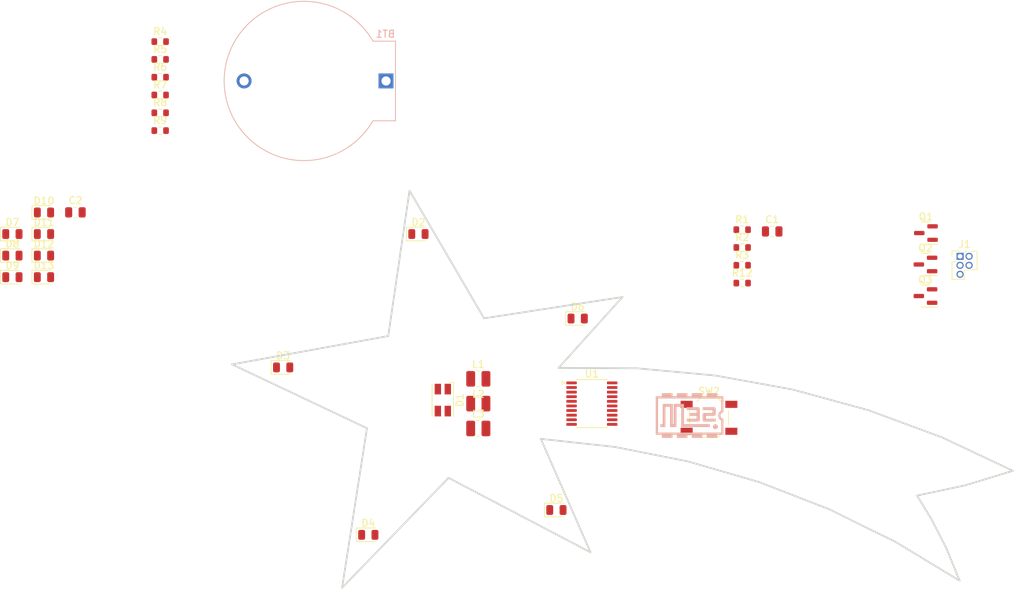
<source format=kicad_pcb>
(kicad_pcb (version 20241229) (generator "pcbnew") (generator_version "9.0")
  (layers (0 "F.Cu" signal) (2 "B.Cu" signal) (13 "F.Paste" user) (15 "B.Paste" user) (5 "F.SilkS" user "F.Silkscreen") (7 "B.SilkS" user "B.Silkscreen") (1 "F.Mask" user) (3 "B.Mask" user) (25 "Edge.Cuts" user))
  (net 0 "")
  (net 1 "VCC")
  (net 2 "GND")
  (net 3 "/MPX2")
  (net 4 "Net-(D2-A)")
  (net 5 "/MPX1")
  (net 6 "Net-(D4-A)")
  (net 7 "Net-(D6-A)")
  (net 8 "Net-(D8-A)")
  (net 9 "Net-(D10-A)")
  (net 10 "Net-(D12-A)")
  (net 11 "Net-(D1-BK)")
  (net 12 "Net-(D1-RK)")
  (net 13 "Net-(D1-GK)")
  (net 14 "/B")
  (net 15 "/R")
  (net 16 "/G")
  (net 17 "Net-(SW2A-A)")
  (net 18 "/L1")
  (net 19 "/L2")
  (net 20 "/L3")
  (net 21 "/L4")
  (net 22 "/L5")
  (net 23 "/L6")
  (net 25 "/SWD")
  (net 27 "/nRST")
  (net 29 "/SWC")
  (footprint "Button_Switch_SMD:SW_SPST_TL3342" (layer "F.Cu") (at 147.5 95.5)
    (property "Reference" "SW2" (at 0 -3.75 0) (layer "F.SilkS"))
    (property "Value" "SW_DPST_x2")
    (fp_line (start -2.75 -1) (end -2.75 1) (stroke (width 0.12)) (layer "F.SilkS"))
    (fp_line (start -1.7 -2.3) (end -1.25 -2.75) (stroke (width 0.12)) (layer "F.SilkS"))
    (fp_line (start -1.7 2.3) (end -1.25 2.75) (stroke (width 0.12)) (layer "F.SilkS"))
    (fp_line (start -1.25 -2.75) (end 1.25 -2.75) (stroke (width 0.12)) (layer "F.SilkS"))
    (fp_line (start -1.25 2.75) (end 1.25 2.75) (stroke (width 0.12)) (layer "F.SilkS"))
    (fp_line (start 1.7 -2.3) (end 1.25 -2.75) (stroke (width 0.12)) (layer "F.SilkS"))
    (fp_line (start 1.7 2.3) (end 1.25 2.75) (stroke (width 0.12)) (layer "F.SilkS"))
    (fp_line (start 2.75 -1) (end 2.75 1) (stroke (width 0.12)) (layer "F.SilkS"))
    (pad "1" smd rect (at -3.15 -1.9) (size 1.7 1) (layers "F.Cu" "F.Mask" "F.Paste") (net 17 "Net-(SW2A-A)"))
    (pad "1" smd rect (at 3.15 -1.9) (size 1.7 1) (layers "F.Cu" "F.Mask" "F.Paste") (net 17 "Net-(SW2A-A)"))
    (pad "2" smd rect (at -3.15 1.9) (size 1.7 1) (layers "F.Cu" "F.Mask" "F.Paste") (net 2 "GND"))
    (pad "2" smd rect (at 3.15 1.9) (size 1.7 1) (layers "F.Cu" "F.Mask" "F.Paste") (net 2 "GND"))
  )
  (footprint "Resistor_SMD:R_0603_1608Metric" (layer "F.Cu") (at 70.175 49.98)
    (property "Reference" "R7" (at 0 -1.43 0) (layer "F.SilkS"))
    (property "Value" "1k")
    (fp_line (start -0.237258 -0.5225) (end 0.237258 -0.5225) (stroke (width 0.12)) (layer "F.SilkS"))
    (fp_line (start -0.237258 0.5225) (end 0.237258 0.5225) (stroke (width 0.12)) (layer "F.SilkS"))
    (pad "1" smd roundrect (at -0.825 0) (size 0.8 0.95) (layers "F.Cu" "F.Mask" "F.Paste") (net 8 "Net-(D8-A)"))
    (pad "2" smd roundrect (at 0.825 0) (size 0.8 0.95) (layers "F.Cu" "F.Mask" "F.Paste") (net 21 "/L4"))
  )
  (footprint "LED_SMD:LED_0805_2012Metric" (layer "F.Cu") (at 53.805 75.665)
    (property "Reference" "D13" (at 0 -1.65 0) (layer "F.SilkS"))
    (property "Value" "LED")
    (fp_line (start -1.685 -0.96) (end -1.685 0.96) (stroke (width 0.12)) (layer "F.SilkS"))
    (fp_line (start -1.685 0.96) (end 1 0.96) (stroke (width 0.12)) (layer "F.SilkS"))
    (fp_line (start 1 -0.96) (end -1.685 -0.96) (stroke (width 0.12)) (layer "F.SilkS"))
    (pad "1" smd roundrect (at -0.9375 0) (size 0.975 1.4) (layers "F.Cu" "F.Mask" "F.Paste") (net 5 "/MPX1"))
    (pad "2" smd roundrect (at 0.9375 0) (size 0.975 1.4) (layers "F.Cu" "F.Mask" "F.Paste") (net 10 "Net-(D12-A)"))
  )
  (footprint "hullocsillag:LED_RGB_Wuerth-PLCC4_3.2x2.8mm_150141M173100" (layer "F.Cu") (at 110 93 90)
    (property "Reference" "D1" (at 0 2.4 90) (layer "F.SilkS"))
    (property "Value" "LED_ARGB")
    (fp_line (start 2.3 -1.51) (end -2.3 -1.51) (stroke (width 0.12)) (layer "F.SilkS"))
    (fp_line (start 2.5 0.7) (end 2.5 1.51) (stroke (width 0.12)) (layer "F.SilkS"))
    (fp_line (start 2.5 1.51) (end -2.3 1.51) (stroke (width 0.12)) (layer "F.SilkS"))
    (pad "1" smd rect (at -1.55 0.7 270) (size 1.5 0.9) (layers "F.Cu" "F.Mask" "F.Paste") (net 2 "GND"))
    (pad "2" smd rect (at -1.55 -0.7 270) (size 1.5 0.9) (layers "F.Cu" "F.Mask" "F.Paste") (net 12 "Net-(D1-RK)"))
    (pad "3" smd rect (at 1.55 0.7 270) (size 1.5 0.9) (layers "F.Cu" "F.Mask" "F.Paste") (net 13 "Net-(D1-GK)"))
    (pad "4" smd rect (at 1.55 -0.7 270) (size 1.5 0.9) (layers "F.Cu" "F.Mask" "F.Paste") (net 11 "Net-(D1-BK)"))
  )
  (footprint "LED_SMD:LED_0805_2012Metric" (layer "F.Cu") (at 53.805 66.545)
    (property "Reference" "D10" (at 0 -1.65 0) (layer "F.SilkS"))
    (property "Value" "LED")
    (fp_line (start -1.685 -0.96) (end -1.685 0.96) (stroke (width 0.12)) (layer "F.SilkS"))
    (fp_line (start -1.685 0.96) (end 1 0.96) (stroke (width 0.12)) (layer "F.SilkS"))
    (fp_line (start 1 -0.96) (end -1.685 -0.96) (stroke (width 0.12)) (layer "F.SilkS"))
    (pad "1" smd roundrect (at -0.9375 0) (size 0.975 1.4) (layers "F.Cu" "F.Mask" "F.Paste") (net 3 "/MPX2"))
    (pad "2" smd roundrect (at 0.9375 0) (size 0.975 1.4) (layers "F.Cu" "F.Mask" "F.Paste") (net 9 "Net-(D10-A)"))
  )
  (footprint "hullocsillag:SOT-23" (layer "F.Cu") (at 178 73.88)
    (property "Reference" "Q2" (at 0 -2.3 0) (layer "F.SilkS"))
    (property "Value" "AO3401A")
    (fp_line (start 0 -1.56) (end -0.65 -1.56) (stroke (width 0.12)) (layer "F.SilkS"))
    (fp_line (start 0 -1.56) (end 0.65 -1.56) (stroke (width 0.12)) (layer "F.SilkS"))
    (fp_line (start 0 1.56) (end -0.65 1.56) (stroke (width 0.12)) (layer "F.SilkS"))
    (fp_line (start 0 1.56) (end 1.675 1.56) (stroke (width 0.12)) (layer "F.SilkS"))
    (pad "1" smd roundrect (at 0.9375 0.95 180) (size 1.475 0.6) (layers "F.Cu" "F.Mask" "F.Paste") (net 15 "/R"))
    (pad "2" smd roundrect (at 0.9375 -0.95 180) (size 1.475 0.6) (layers "F.Cu" "F.Mask" "F.Paste") (net 1 "VCC"))
    (pad "3" smd roundrect (at -0.9375 0 180) (size 1.475 0.6) (layers "F.Cu" "F.Mask" "F.Paste") (net 12 "Net-(D1-RK)"))
  )
  (footprint "LED_SMD:LED_0805_2012Metric" (layer "F.Cu") (at 87.5 88.392)
    (property "Reference" "D3" (at 0 -1.65 0) (layer "F.SilkS"))
    (property "Value" "LED")
    (fp_line (start -1.685 -0.96) (end -1.685 0.96) (stroke (width 0.12)) (layer "F.SilkS"))
    (fp_line (start -1.685 0.96) (end 1 0.96) (stroke (width 0.12)) (layer "F.SilkS"))
    (fp_line (start 1 -0.96) (end -1.685 -0.96) (stroke (width 0.12)) (layer "F.SilkS"))
    (pad "1" smd roundrect (at -0.9375 0) (size 0.975 1.4) (layers "F.Cu" "F.Mask" "F.Paste") (net 5 "/MPX1"))
    (pad "2" smd roundrect (at 0.9375 0) (size 0.975 1.4) (layers "F.Cu" "F.Mask" "F.Paste") (net 4 "Net-(D2-A)"))
  )
  (footprint "LED_SMD:LED_0805_2012Metric" (layer "F.Cu") (at 53.805 69.585)
    (property "Reference" "D11" (at 0 -1.65 0) (layer "F.SilkS"))
    (property "Value" "LED")
    (fp_line (start -1.685 -0.96) (end -1.685 0.96) (stroke (width 0.12)) (layer "F.SilkS"))
    (fp_line (start -1.685 0.96) (end 1 0.96) (stroke (width 0.12)) (layer "F.SilkS"))
    (fp_line (start 1 -0.96) (end -1.685 -0.96) (stroke (width 0.12)) (layer "F.SilkS"))
    (pad "1" smd roundrect (at -0.9375 0) (size 0.975 1.4) (layers "F.Cu" "F.Mask" "F.Paste") (net 5 "/MPX1"))
    (pad "2" smd roundrect (at 0.9375 0) (size 0.975 1.4) (layers "F.Cu" "F.Mask" "F.Paste") (net 9 "Net-(D10-A)"))
  )
  (footprint "Resistor_SMD:R_0603_1608Metric" (layer "F.Cu") (at 152.175 76.5)
    (property "Reference" "R12" (at 0 -1.43 0) (layer "F.SilkS"))
    (property "Value" "100k")
    (fp_line (start -0.237258 -0.5225) (end 0.237258 -0.5225) (stroke (width 0.12)) (layer "F.SilkS"))
    (fp_line (start -0.237258 0.5225) (end 0.237258 0.5225) (stroke (width 0.12)) (layer "F.SilkS"))
    (pad "1" smd roundrect (at -0.825 0) (size 0.8 0.95) (layers "F.Cu" "F.Mask" "F.Paste") (net 17 "Net-(SW2A-A)"))
    (pad "2" smd roundrect (at 0.825 0) (size 0.8 0.95) (layers "F.Cu" "F.Mask" "F.Paste") (net 1 "VCC"))
  )
  (footprint "hullocsillag:ProgConnector_5pin" (layer "F.Cu") (at 182.875 72.725)
    (property "Reference" "J1" (at 0.635 -1.695 0) (layer "F.SilkS"))
    (property "Value" "Conn_2Rows-05Pins")
    (fp_line (start -1.13 -0.76) (end 0 -0.76) (stroke (width 0.12)) (layer "F.SilkS"))
    (fp_line (start -1.13 0) (end -1.13 -0.76) (stroke (width 0.12)) (layer "F.SilkS"))
    (fp_line (start -1.13 0.76) (end -1.13 3.235) (stroke (width 0.12)) (layer "F.SilkS"))
    (fp_line (start -1.13 0.76) (end -0.563471 0.76) (stroke (width 0.12)) (layer "F.SilkS"))
    (fp_line (start -1.13 3.235) (end 0.635 3.235) (stroke (width 0.12)) (layer "F.SilkS"))
    (fp_line (start 0.563471 0.76) (end 0.706529 0.76) (stroke (width 0.12)) (layer "F.SilkS"))
    (fp_line (start 0.635 1.905) (end 0.635 3.235) (stroke (width 0.1)) (layer "F.SilkS"))
    (fp_line (start 0.76 -0.695) (end 0.96247 -0.695) (stroke (width 0.12)) (layer "F.SilkS"))
    (fp_line (start 0.76 -0.563471) (end 0.76 -0.695) (stroke (width 0.12)) (layer "F.SilkS"))
    (fp_line (start 0.76 0.706529) (end 0.76 0.563471) (stroke (width 0.12)) (layer "F.SilkS"))
    (fp_line (start 1.57753 -0.695) (end 2.4 -0.695) (stroke (width 0.12)) (layer "F.SilkS"))
    (fp_line (start 2.4 -0.695) (end 2.4 1.905) (stroke (width 0.12)) (layer "F.SilkS"))
    (fp_line (start 2.4 1.905) (end 0.635 1.905) (stroke (width 0.1)) (layer "F.SilkS"))
    (pad "1" thru_hole rect (at 0 0) (size 1 1) (drill 0.65) (layers "*.Cu" "*.Mask") (net 29 "/SWC"))
    (pad "2" thru_hole oval (at 1.27 0) (size 1 1) (drill 0.65) (layers "*.Cu" "*.Mask") (net 25 "/SWD"))
    (pad "3" thru_hole oval (at 0 1.27) (size 1 1) (drill 0.65) (layers "*.Cu" "*.Mask") (net 2 "GND"))
    (pad "4" thru_hole oval (at 1.27 1.27) (size 1 1) (drill 0.65) (layers "*.Cu" "*.Mask") (net 1 "VCC"))
    (pad "5" thru_hole oval (at 0 2.54) (size 1 1) (drill 0.65) (layers "*.Cu" "*.Mask") (net 27 "/nRST"))
  )
  (footprint "Inductor_SMD:L_1008_2520Metric" (layer "F.Cu") (at 115 93.5)
    (property "Reference" "L2" (at 0 -1.35 0) (layer "F.SilkS"))
    (property "Value" "L")
    (fp_line (start -0.261252 -1.11) (end 0.261252 -1.11) (stroke (width 0.12)) (layer "F.SilkS"))
    (fp_line (start -0.261252 1.11) (end 0.261252 1.11) (stroke (width 0.12)) (layer "F.SilkS"))
    (pad "1" smd roundrect (at -1.075 0) (size 1.25 2.2) (layers "F.Cu" "F.Mask" "F.Paste") (roundrect_rratio 0.2) (net 12 "Net-(D1-RK)"))
    (pad "2" smd roundrect (at 1.075 0) (size 1.25 2.2) (layers "F.Cu" "F.Mask" "F.Paste") (roundrect_rratio 0.2) (net 2 "GND"))
  )
  (footprint "hullocsillag:SOT-23" (layer "F.Cu") (at 178 78.33)
    (property "Reference" "Q3" (at 0 -2.3 0) (layer "F.SilkS"))
    (property "Value" "AO3401A")
    (fp_line (start 0 -1.56) (end -0.65 -1.56) (stroke (width 0.12)) (layer "F.SilkS"))
    (fp_line (start 0 -1.56) (end 0.65 -1.56) (stroke (width 0.12)) (layer "F.SilkS"))
    (fp_line (start 0 1.56) (end -0.65 1.56) (stroke (width 0.12)) (layer "F.SilkS"))
    (fp_line (start 0 1.56) (end 1.675 1.56) (stroke (width 0.12)) (layer "F.SilkS"))
    (pad "1" smd roundrect (at 0.9375 0.95 180) (size 1.475 0.6) (layers "F.Cu" "F.Mask" "F.Paste") (net 16 "/G"))
    (pad "2" smd roundrect (at 0.9375 -0.95 180) (size 1.475 0.6) (layers "F.Cu" "F.Mask" "F.Paste") (net 1 "VCC"))
    (pad "3" smd roundrect (at -0.9375 0 180) (size 1.475 0.6) (layers "F.Cu" "F.Mask" "F.Paste") (net 13 "Net-(D1-GK)"))
  )
  (footprint "Resistor_SMD:R_0603_1608Metric" (layer "F.Cu") (at 70.175 44.96)
    (property "Reference" "R5" (at 0 -1.43 0) (layer "F.SilkS"))
    (property "Value" "1k")
    (fp_line (start -0.237258 -0.5225) (end 0.237258 -0.5225) (stroke (width 0.12)) (layer "F.SilkS"))
    (fp_line (start -0.237258 0.5225) (end 0.237258 0.5225) (stroke (width 0.12)) (layer "F.SilkS"))
    (pad "1" smd roundrect (at -0.825 0) (size 0.8 0.95) (layers "F.Cu" "F.Mask" "F.Paste") (net 6 "Net-(D4-A)"))
    (pad "2" smd roundrect (at 0.825 0) (size 0.8 0.95) (layers "F.Cu" "F.Mask" "F.Paste") (net 19 "/L2"))
  )
  (footprint "Resistor_SMD:R_0603_1608Metric" (layer "F.Cu") (at 70.175 42.45)
    (property "Reference" "R4" (at 0 -1.43 0) (layer "F.SilkS"))
    (property "Value" "1k")
    (fp_line (start -0.237258 -0.5225) (end 0.237258 -0.5225) (stroke (width 0.12)) (layer "F.SilkS"))
    (fp_line (start -0.237258 0.5225) (end 0.237258 0.5225) (stroke (width 0.12)) (layer "F.SilkS"))
    (pad "1" smd roundrect (at -0.825 0) (size 0.8 0.95) (layers "F.Cu" "F.Mask" "F.Paste") (net 4 "Net-(D2-A)"))
    (pad "2" smd roundrect (at 0.825 0) (size 0.8 0.95) (layers "F.Cu" "F.Mask" "F.Paste") (net 18 "/L1"))
  )
  (footprint "kikit:Tab" (layer "F.Cu") (at 152 86.868 -90)
    (property "Reference" "T2" (hide yes))
    (property "Value" "Tab")
  )
  (footprint "Package_SO:TSSOP-20_4.4x6.5mm_P0.65mm" (layer "F.Cu") (at 131 93.5)
    (property "Reference" "U1" (at 0 -4.2 0) (layer "F.SilkS"))
    (property "Value" "PY32F002AF15P6TU")
    (fp_line (start 0 -3.385) (end -2.2 -3.385) (stroke (width 0.12)) (layer "F.SilkS"))
    (fp_line (start 0 -3.385) (end 2.2 -3.385) (stroke (width 0.12)) (layer "F.SilkS"))
    (fp_line (start 0 3.385) (end -2.2 3.385) (stroke (width 0.12)) (layer "F.SilkS"))
    (fp_line (start 0 3.385) (end 2.2 3.385) (stroke (width 0.12)) (layer "F.SilkS"))
    (fp_poly (pts (xy -3.86 -2.925) (xy -4.19 -2.685) (xy -4.19 -3.165)) (stroke (width 0.12)) (fill yes) (layer "F.SilkS"))
    (pad "1" smd roundrect (at -2.8625 -2.925) (size 1.475 0.4) (layers "F.Cu" "F.Mask" "F.Paste") (net 2 "GND"))
    (pad "2" smd roundrect (at -2.8625 -2.275) (size 1.475 0.4) (layers "F.Cu" "F.Mask" "F.Paste") (net 25 "/SWD"))
    (pad "3" smd roundrect (at -2.8625 -1.625) (size 1.475 0.4) (layers "F.Cu" "F.Mask" "F.Paste") (net 29 "/SWC"))
    (pad "4" smd roundrect (at -2.8625 -0.975) (size 1.475 0.4) (layers "F.Cu" "F.Mask" "F.Paste") (net 17 "Net-(SW2A-A)"))
    (pad "5" smd roundrect (at -2.8625 -0.325) (size 1.475 0.4) (layers "F.Cu" "F.Mask" "F.Paste"))
    (pad "6" smd roundrect (at -2.8625 0.325) (size 1.475 0.4) (layers "F.Cu" "F.Mask" "F.Paste") (net 5 "/MPX1"))
    (pad "7" smd roundrect (at -2.8625 0.975) (size 1.475 0.4) (layers "F.Cu" "F.Mask" "F.Paste") (net 3 "/MPX2"))
    (pad "8" smd roundrect (at -2.8625 1.625) (size 1.475 0.4) (layers "F.Cu" "F.Mask" "F.Paste"))
    (pad "9" smd roundrect (at -2.8625 2.275) (size 1.475 0.4) (layers "F.Cu" "F.Mask" "F.Paste"))
    (pad "10" smd roundrect (at -2.8625 2.925) (size 1.475 0.4) (layers "F.Cu" "F.Mask" "F.Paste") (net 27 "/nRST"))
    (pad "11" smd roundrect (at 2.8625 2.925) (size 1.475 0.4) (layers "F.Cu" "F.Mask" "F.Paste") (net 15 "/R"))
    (pad "12" smd roundrect (at 2.8625 2.275) (size 1.475 0.4) (layers "F.Cu" "F.Mask" "F.Paste") (net 14 "/B"))
    (pad "13" smd roundrect (at 2.8625 1.625) (size 1.475 0.4) (layers "F.Cu" "F.Mask" "F.Paste") (net 18 "/L1"))
    (pad "14" smd roundrect (at 2.8625 0.975) (size 1.475 0.4) (layers "F.Cu" "F.Mask" "F.Paste") (net 16 "/G"))
    (pad "15" smd roundrect (at 2.8625 0.325) (size 1.475 0.4) (layers "F.Cu" "F.Mask" "F.Paste") (net 19 "/L2"))
    (pad "16" smd roundrect (at 2.8625 -0.325) (size 1.475 0.4) (layers "F.Cu" "F.Mask" "F.Paste") (net 20 "/L3"))
    (pad "17" smd roundrect (at 2.8625 -0.975) (size 1.475 0.4) (layers "F.Cu" "F.Mask" "F.Paste") (net 21 "/L4"))
    (pad "18" smd roundrect (at 2.8625 -1.625) (size 1.475 0.4) (layers "F.Cu" "F.Mask" "F.Paste") (net 22 "/L5"))
    (pad "19" smd roundrect (at 2.8625 -2.275) (size 1.475 0.4) (layers "F.Cu" "F.Mask" "F.Paste") (net 23 "/L6"))
    (pad "20" smd roundrect (at 2.8625 -2.925) (size 1.475 0.4) (layers "F.Cu" "F.Mask" "F.Paste") (net 1 "VCC"))
  )
  (footprint "Resistor_SMD:R_0603_1608Metric" (layer "F.Cu") (at 70.175 52.49)
    (property "Reference" "R8" (at 0 -1.43 0) (layer "F.SilkS"))
    (property "Value" "1k")
    (fp_line (start -0.237258 -0.5225) (end 0.237258 -0.5225) (stroke (width 0.12)) (layer "F.SilkS"))
    (fp_line (start -0.237258 0.5225) (end 0.237258 0.5225) (stroke (width 0.12)) (layer "F.SilkS"))
    (pad "1" smd roundrect (at -0.825 0) (size 0.8 0.95) (layers "F.Cu" "F.Mask" "F.Paste") (net 9 "Net-(D10-A)"))
    (pad "2" smd roundrect (at 0.825 0) (size 0.8 0.95) (layers "F.Cu" "F.Mask" "F.Paste") (net 22 "/L5"))
  )
  (footprint "Capacitor_SMD:C_0805_2012Metric" (layer "F.Cu") (at 156.405 69.22)
    (property "Reference" "C1" (at 0 -1.68 0) (layer "F.SilkS"))
    (property "Value" "100nF")
    (fp_line (start -0.261252 -0.735) (end 0.261252 -0.735) (stroke (width 0.12)) (layer "F.SilkS"))
    (fp_line (start -0.261252 0.735) (end 0.261252 0.735) (stroke (width 0.12)) (layer "F.SilkS"))
    (pad "1" smd roundrect (at -0.95 0) (size 1 1.45) (layers "F.Cu" "F.Mask" "F.Paste") (net 1 "VCC"))
    (pad "2" smd roundrect (at 0.95 0) (size 1 1.45) (layers "F.Cu" "F.Mask" "F.Paste") (net 2 "GND"))
  )
  (footprint "LED_SMD:LED_0805_2012Metric" (layer "F.Cu") (at 99.5 112)
    (property "Reference" "D4" (at 0 -1.65 0) (layer "F.SilkS"))
    (property "Value" "LED")
    (fp_line (start -1.685 -0.96) (end -1.685 0.96) (stroke (width 0.12)) (layer "F.SilkS"))
    (fp_line (start -1.685 0.96) (end 1 0.96) (stroke (width 0.12)) (layer "F.SilkS"))
    (fp_line (start 1 -0.96) (end -1.685 -0.96) (stroke (width 0.12)) (layer "F.SilkS"))
    (pad "1" smd roundrect (at -0.9375 0) (size 0.975 1.4) (layers "F.Cu" "F.Mask" "F.Paste") (net 3 "/MPX2"))
    (pad "2" smd roundrect (at 0.9375 0) (size 0.975 1.4) (layers "F.Cu" "F.Mask" "F.Paste") (net 6 "Net-(D4-A)"))
  )
  (footprint "LED_SMD:LED_0805_2012Metric" (layer "F.Cu") (at 49.355 69.585)
    (property "Reference" "D7" (at 0 -1.65 0) (layer "F.SilkS"))
    (property "Value" "LED")
    (fp_line (start -1.685 -0.96) (end -1.685 0.96) (stroke (width 0.12)) (layer "F.SilkS"))
    (fp_line (start -1.685 0.96) (end 1 0.96) (stroke (width 0.12)) (layer "F.SilkS"))
    (fp_line (start 1 -0.96) (end -1.685 -0.96) (stroke (width 0.12)) (layer "F.SilkS"))
    (pad "1" smd roundrect (at -0.9375 0) (size 0.975 1.4) (layers "F.Cu" "F.Mask" "F.Paste") (net 5 "/MPX1"))
    (pad "2" smd roundrect (at 0.9375 0) (size 0.975 1.4) (layers "F.Cu" "F.Mask" "F.Paste") (net 7 "Net-(D6-A)"))
  )
  (footprint "kikit:Tab" (layer "F.Cu") (at 88.646 70.612)
    (property "Reference" "T1" (hide yes))
    (property "Value" "Tab")
  )
  (footprint "Resistor_SMD:R_0603_1608Metric" (layer "F.Cu") (at 152.175 71.48)
    (property "Reference" "R2" (at 0 -1.43 0) (layer "F.SilkS"))
    (property "Value" "100k")
    (fp_line (start -0.237258 -0.5225) (end 0.237258 -0.5225) (stroke (width 0.12)) (layer "F.SilkS"))
    (fp_line (start -0.237258 0.5225) (end 0.237258 0.5225) (stroke (width 0.12)) (layer "F.SilkS"))
    (pad "1" smd roundrect (at -0.825 0) (size 0.8 0.95) (layers "F.Cu" "F.Mask" "F.Paste") (net 1 "VCC"))
    (pad "2" smd roundrect (at 0.825 0) (size 0.8 0.95) (layers "F.Cu" "F.Mask" "F.Paste") (net 15 "/R"))
  )
  (footprint "LED_SMD:LED_0805_2012Metric" (layer "F.Cu") (at 129 81.5)
    (property "Reference" "D6" (at 0 -1.65 0) (layer "F.SilkS"))
    (property "Value" "LED")
    (fp_line (start -1.685 -0.96) (end -1.685 0.96) (stroke (width 0.12)) (layer "F.SilkS"))
    (fp_line (start -1.685 0.96) (end 1 0.96) (stroke (width 0.12)) (layer "F.SilkS"))
    (fp_line (start 1 -0.96) (end -1.685 -0.96) (stroke (width 0.12)) (layer "F.SilkS"))
    (pad "1" smd roundrect (at -0.9375 0) (size 0.975 1.4) (layers "F.Cu" "F.Mask" "F.Paste") (net 3 "/MPX2"))
    (pad "2" smd roundrect (at 0.9375 0) (size 0.975 1.4) (layers "F.Cu" "F.Mask" "F.Paste") (net 7 "Net-(D6-A)"))
  )
  (footprint "Inductor_SMD:L_1008_2520Metric" (layer "F.Cu") (at 115 97)
    (property "Reference" "L3" (at 0 -2.05 0) (layer "F.SilkS"))
    (property "Value" "L")
    (fp_line (start -0.261252 -1.11) (end 0.261252 -1.11) (stroke (width 0.12)) (layer "F.SilkS"))
    (fp_line (start -0.261252 1.11) (end 0.261252 1.11) (stroke (width 0.12)) (layer "F.SilkS"))
    (pad "1" smd roundrect (at -1.075 0) (size 1.25 2.2) (layers "F.Cu" "F.Mask" "F.Paste") (roundrect_rratio 0.2) (net 13 "Net-(D1-GK)"))
    (pad "2" smd roundrect (at 1.075 0) (size 1.25 2.2) (layers "F.Cu" "F.Mask" "F.Paste") (roundrect_rratio 0.2) (net 2 "GND"))
  )
  (footprint "LED_SMD:LED_0805_2012Metric" (layer "F.Cu") (at 49.355 75.665)
    (property "Reference" "D9" (at 0 -1.65 0) (layer "F.SilkS"))
    (property "Value" "LED")
    (fp_line (start -1.685 -0.96) (end -1.685 0.96) (stroke (width 0.12)) (layer "F.SilkS"))
    (fp_line (start -1.685 0.96) (end 1 0.96) (stroke (width 0.12)) (layer "F.SilkS"))
    (fp_line (start 1 -0.96) (end -1.685 -0.96) (stroke (width 0.12)) (layer "F.SilkS"))
    (pad "1" smd roundrect (at -0.9375 0) (size 0.975 1.4) (layers "F.Cu" "F.Mask" "F.Paste") (net 5 "/MPX1"))
    (pad "2" smd roundrect (at 0.9375 0) (size 0.975 1.4) (layers "F.Cu" "F.Mask" "F.Paste") (net 8 "Net-(D8-A)"))
  )
  (footprint "LED_SMD:LED_0805_2012Metric" (layer "F.Cu") (at 126 108.5)
    (property "Reference" "D5" (at 0 -1.65 0) (layer "F.SilkS"))
    (property "Value" "LED")
    (fp_line (start -1.685 -0.96) (end -1.685 0.96) (stroke (width 0.12)) (layer "F.SilkS"))
    (fp_line (start -1.685 0.96) (end 1 0.96) (stroke (width 0.12)) (layer "F.SilkS"))
    (fp_line (start 1 -0.96) (end -1.685 -0.96) (stroke (width 0.12)) (layer "F.SilkS"))
    (pad "1" smd roundrect (at -0.9375 0) (size 0.975 1.4) (layers "F.Cu" "F.Mask" "F.Paste") (net 5 "/MPX1"))
    (pad "2" smd roundrect (at 0.9375 0) (size 0.975 1.4) (layers "F.Cu" "F.Mask" "F.Paste") (net 6 "Net-(D4-A)"))
  )
  (footprint "hullocsillag:SOT-23" (layer "F.Cu") (at 178.0625 69.45)
    (property "Reference" "Q1" (at 0 -2.3 0) (layer "F.SilkS"))
    (property "Value" "AO3401A")
    (fp_line (start 0 -1.56) (end -0.65 -1.56) (stroke (width 0.12)) (layer "F.SilkS"))
    (fp_line (start 0 -1.56) (end 0.65 -1.56) (stroke (width 0.12)) (layer "F.SilkS"))
    (fp_line (start 0 1.56) (end -0.65 1.56) (stroke (width 0.12)) (layer "F.SilkS"))
    (fp_line (start 0 1.56) (end 1.675 1.56) (stroke (width 0.12)) (layer "F.SilkS"))
    (pad "1" smd roundrect (at 0.9375 0.95 180) (size 1.475 0.6) (layers "F.Cu" "F.Mask" "F.Paste") (net 14 "/B"))
    (pad "2" smd roundrect (at 0.9375 -0.95 180) (size 1.475 0.6) (layers "F.Cu" "F.Mask" "F.Paste") (net 1 "VCC"))
    (pad "3" smd roundrect (at -0.9375 0 180) (size 1.475 0.6) (layers "F.Cu" "F.Mask" "F.Paste") (net 11 "Net-(D1-BK)"))
  )
  (footprint "Resistor_SMD:R_0603_1608Metric" (layer "F.Cu") (at 70.175 47.47)
    (property "Reference" "R6" (at 0 -1.43 0) (layer "F.SilkS"))
    (property "Value" "1k")
    (fp_line (start -0.237258 -0.5225) (end 0.237258 -0.5225) (stroke (width 0.12)) (layer "F.SilkS"))
    (fp_line (start -0.237258 0.5225) (end 0.237258 0.5225) (stroke (width 0.12)) (layer "F.SilkS"))
    (pad "1" smd roundrect (at -0.825 0) (size 0.8 0.95) (layers "F.Cu" "F.Mask" "F.Paste") (net 7 "Net-(D6-A)"))
    (pad "2" smd roundrect (at 0.825 0) (size 0.8 0.95) (layers "F.Cu" "F.Mask" "F.Paste") (net 20 "/L3"))
  )
  (footprint "Resistor_SMD:R_0603_1608Metric" (layer "F.Cu") (at 152.175 68.97)
    (property "Reference" "R1" (at 0 -1.43 0) (layer "F.SilkS"))
    (property "Value" "100k")
    (fp_line (start -0.237258 -0.5225) (end 0.237258 -0.5225) (stroke (width 0.12)) (layer "F.SilkS"))
    (fp_line (start -0.237258 0.5225) (end 0.237258 0.5225) (stroke (width 0.12)) (layer "F.SilkS"))
    (pad "1" smd roundrect (at -0.825 0) (size 0.8 0.95) (layers "F.Cu" "F.Mask" "F.Paste") (net 1 "VCC"))
    (pad "2" smd roundrect (at 0.825 0) (size 0.8 0.95) (layers "F.Cu" "F.Mask" "F.Paste") (net 14 "/B"))
  )
  (footprint "kikit:Tab" (layer "F.Cu") (at 152 113.558 90)
    (property "Reference" "T3" (hide yes))
    (property "Value" "Tab")
  )
  (footprint "Inductor_SMD:L_1008_2520Metric" (layer "F.Cu") (at 115 90)
    (property "Reference" "L1" (at 0 -2.05 0) (layer "F.SilkS"))
    (property "Value" "L")
    (fp_line (start -0.261252 -1.11) (end 0.261252 -1.11) (stroke (width 0.12)) (layer "F.SilkS"))
    (fp_line (start -0.261252 1.11) (end 0.261252 1.11) (stroke (width 0.12)) (layer "F.SilkS"))
    (pad "1" smd roundrect (at -1.075 0) (size 1.25 2.2) (layers "F.Cu" "F.Mask" "F.Paste") (roundrect_rratio 0.2) (net 11 "Net-(D1-BK)"))
    (pad "2" smd roundrect (at 1.075 0) (size 1.25 2.2) (layers "F.Cu" "F.Mask" "F.Paste") (roundrect_rratio 0.2) (net 2 "GND"))
  )
  (footprint "Resistor_SMD:R_0603_1608Metric" (layer "F.Cu") (at 70.175 55)
    (property "Reference" "R9" (at 0 -1.43 0) (layer "F.SilkS"))
    (property "Value" "1k")
    (fp_line (start -0.237258 -0.5225) (end 0.237258 -0.5225) (stroke (width 0.12)) (layer "F.SilkS"))
    (fp_line (start -0.237258 0.5225) (end 0.237258 0.5225) (stroke (width 0.12)) (layer "F.SilkS"))
    (pad "1" smd roundrect (at -0.825 0) (size 0.8 0.95) (layers "F.Cu" "F.Mask" "F.Paste") (net 10 "Net-(D12-A)"))
    (pad "2" smd roundrect (at 0.825 0) (size 0.8 0.95) (layers "F.Cu" "F.Mask" "F.Paste") (net 23 "/L6"))
  )
  (footprint "LED_SMD:LED_0805_2012Metric" (layer "F.Cu") (at 53.805 72.625)
    (property "Reference" "D12" (at 0 -1.65 0) (layer "F.SilkS"))
    (property "Value" "LED")
    (fp_line (start -1.685 -0.96) (end -1.685 0.96) (stroke (width 0.12)) (layer "F.SilkS"))
    (fp_line (start -1.685 0.96) (end 1 0.96) (stroke (width 0.12)) (layer "F.SilkS"))
    (fp_line (start 1 -0.96) (end -1.685 -0.96) (stroke (width 0.12)) (layer "F.SilkS"))
    (pad "1" smd roundrect (at -0.9375 0) (size 0.975 1.4) (layers "F.Cu" "F.Mask" "F.Paste") (net 3 "/MPX2"))
    (pad "2" smd roundrect (at 0.9375 0) (size 0.975 1.4) (layers "F.Cu" "F.Mask" "F.Paste") (net 10 "Net-(D12-A)"))
  )
  (footprint "Capacitor_SMD:C_0805_2012Metric" (layer "F.Cu") (at 58.235 66.53)
    (property "Reference" "C2" (at 0 -1.68 0) (layer "F.SilkS"))
    (property "Value" "10uF")
    (fp_line (start -0.261252 -0.735) (end 0.261252 -0.735) (stroke (width 0.12)) (layer "F.SilkS"))
    (fp_line (start -0.261252 0.735) (end 0.261252 0.735) (stroke (width 0.12)) (layer "F.SilkS"))
    (pad "1" smd roundrect (at -0.95 0) (size 1 1.45) (layers "F.Cu" "F.Mask" "F.Paste") (net 1 "VCC"))
    (pad "2" smd roundrect (at 0.95 0) (size 1 1.45) (layers "F.Cu" "F.Mask" "F.Paste") (net 2 "GND"))
  )
  (footprint "Resistor_SMD:R_0603_1608Metric" (layer "F.Cu") (at 152.175 73.99)
    (property "Reference" "R3" (at 0 -1.43 0) (layer "F.SilkS"))
    (property "Value" "100k")
    (fp_line (start -0.237258 -0.5225) (end 0.237258 -0.5225) (stroke (width 0.12)) (layer "F.SilkS"))
    (fp_line (start -0.237258 0.5225) (end 0.237258 0.5225) (stroke (width 0.12)) (layer "F.SilkS"))
    (pad "1" smd roundrect (at -0.825 0) (size 0.8 0.95) (layers "F.Cu" "F.Mask" "F.Paste") (net 1 "VCC"))
    (pad "2" smd roundrect (at 0.825 0) (size 0.8 0.95) (layers "F.Cu" "F.Mask" "F.Paste") (net 16 "/G"))
  )
  (footprint "LED_SMD:LED_0805_2012Metric" (layer "F.Cu") (at 106.5625 69.585)
    (property "Reference" "D2" (at 0 -1.65 0) (layer "F.SilkS"))
    (property "Value" "LED")
    (fp_line (start -1.685 -0.96) (end -1.685 0.96) (stroke (width 0.12)) (layer "F.SilkS"))
    (fp_line (start -1.685 0.96) (end 1 0.96) (stroke (width 0.12)) (layer "F.SilkS"))
    (fp_line (start 1 -0.96) (end -1.685 -0.96) (stroke (width 0.12)) (layer "F.SilkS"))
    (pad "1" smd roundrect (at -0.9375 0) (size 0.975 1.4) (layers "F.Cu" "F.Mask" "F.Paste") (net 3 "/MPX2"))
    (pad "2" smd roundrect (at 0.9375 0) (size 0.975 1.4) (layers "F.Cu" "F.Mask" "F.Paste") (net 4 "Net-(D2-A)"))
  )
  (footprint "LED_SMD:LED_0805_2012Metric" (layer "F.Cu") (at 49.355 72.625)
    (property "Reference" "D8" (at 0 -1.65 0) (layer "F.SilkS"))
    (property "Value" "LED")
    (fp_line (start -1.685 -0.96) (end -1.685 0.96) (stroke (width 0.12)) (layer "F.SilkS"))
    (fp_line (start -1.685 0.96) (end 1 0.96) (stroke (width 0.12)) (layer "F.SilkS"))
    (fp_line (start 1 -0.96) (end -1.685 -0.96) (stroke (width 0.12)) (layer "F.SilkS"))
    (pad "1" smd roundrect (at -0.9375 0) (size 0.975 1.4) (layers "F.Cu" "F.Mask" "F.Paste") (net 3 "/MPX2"))
    (pad "2" smd roundrect (at 0.9375 0) (size 0.975 1.4) (layers "F.Cu" "F.Mask" "F.Paste") (net 8 "Net-(D8-A)"))
  )
  (footprint "hullocsillag:CR2032_Holder" (layer "B.Cu") (at 102 48 180)
    (property "Reference" "BT1" (at 0.1 6.62 0) (layer "B.SilkS") (effects (justify mirror)))
    (property "Value" "CR2032")
    (fp_line (start 1.845 -5.61) (end -1.33 -5.61) (stroke (width 0.12)) (layer "B.SilkS"))
    (fp_line (start -1.33 5.61) (end 1.845 5.61) (stroke (width 0.12)) (layer "B.SilkS"))
    (fp_line (start -1.33 -5.61) (end -1.33 5.61) (stroke (width 0.12)) (layer "B.SilkS"))
    (fp_arc (start 1.845 -5.61) (mid 22.807151 0) (end 1.845 5.61) (stroke (width 0.12)) (layer "B.SilkS"))
    (pad "1" thru_hole rect (at 0 0 270) (size 2.1 2.1) (drill 1.3) (layers "*.Cu" "*.Mask") (net 1 "VCC"))
    (pad "2" thru_hole circle (at 20 0 270) (size 2.1 2.1) (drill 1.3) (layers "*.Cu" "*.Mask") (net 2 "GND"))
  )
  (gr_poly (pts (xy 148.412454 96.400552) (xy 148.424674 96.401281) (xy 148.436912 96.402399) (xy 148.449052 96.403893) (xy 148.460981 96.405748) (xy 148.472583 96.407951) (xy 148.483743 96.41049) (xy 148.494346 96.413349) (xy 148.504277 96.416515) (xy 148.51342 96.419975) (xy 148.521661 96.423715) (xy 148.524977 96.425434) (xy 148.528321 96.427097) (xy 148.531674 96.428696) (xy 148.535016 96.430224) (xy 148.538328 96.431673) (xy 148.541591 96.433036) (xy 148.544783 96.434305) (xy 148.547887 96.435472) (xy 148.550881 96.436531) (xy 148.553747 96.437473) (xy 148.556464 96.43829) (xy 148.559013 96.438976) (xy 148.561375 96.439523) (xy 148.563529 96.439923) (xy 148.565456 96.440169) (xy 148.567136 96.440252) (xy 148.568441 96.440383) (xy 148.570015 96.440769) (xy 148.571837 96.441397) (xy 148.573886 96.442255) (xy 148.576142 96.443331) (xy 148.578582 96.444612) (xy 148.581185 96.446088) (xy 148.583931 96.447745) (xy 148.586798 96.449572) (xy 148.589765 96.451556) (xy 148.592811 96.453686) (xy 148.595914 96.455949) (xy 148.599053 96.458333) (xy 148.602208 96.460826) (xy 148.605356 96.463416) (xy 148.608477 96.466091) (xy 148.628872 96.484922) (xy 148.647467 96.503136) (xy 148.664326 96.520865) (xy 148.679516 96.538244) (xy 148.693101 96.555404) (xy 148.705147 96.572479) (xy 148.715717 96.589603) (xy 148.724878 96.606909) (xy 148.732695 96.624529) (xy 148.739233 96.642598) (xy 148.744556 96.661248) (xy 148.74873 96.680612) (xy 148.75182 96.700824) (xy 148.753892 96.722018) (xy 148.755009 96.744326) (xy 148.755238 96.767881) (xy 148.754526 96.789445) (xy 148.752607 96.810517) (xy 148.749514 96.831075) (xy 148.745281 96.851092) (xy 148.739942 96.870544) (xy 148.733531 96.889408) (xy 148.726081 96.907657) (xy 148.717628 96.925268) (xy 148.708204 96.942215) (xy 148.697843 96.958475) (xy 148.68658 96.974023) (xy 148.674448 96.988834) (xy 148.661481 97.002883) (xy 148.647713 97.016146) (xy 148.633177 97.028598) (xy 148.617909 97.040216) (xy 148.601941 97.050973) (xy 148.585307 97.060845) (xy 148.568041 97.069809) (xy 148.550178 97.077838) (xy 148.531751 97.08491) (xy 148.512794 97.090998) (xy 148.49334 97.096079) (xy 148.473425 97.100128) (xy 148.453081 97.10312) (xy 148.432342 97.10503) (xy 148.411242 97.105835) (xy 148.389816 97.105509) (xy 148.368097 97.104028) (xy 148.346118 97.101368) (xy 148.323915 97.097503) (xy 148.30152 97.092409) (xy 148.289481 97.089252) (xy 148.278124 97.085957) (xy 148.267379 97.08248) (xy 148.257175 97.078779) (xy 148.247444 97.074811) (xy 148.238115 97.070535) (xy 148.22912 97.065907) (xy 148.220388 97.060886) (xy 148.211849 97.055429) (xy 148.203435 97.049493) (xy 148.195075 97.043036) (xy 148.186701 97.036017) (xy 148.178241 97.028391) (xy 148.169627 97.020118) (xy 148.160789 97.011154) (xy 148.151658 97.001458) (xy 148.13589 96.98342) (xy 148.121534 96.964604) (xy 148.108599 96.945059) (xy 148.097091 96.924832) (xy 148.087018 96.903968) (xy 148.078388 96.882516) (xy 148.071209 96.860521) (xy 148.065487 96.838031) (xy 148.061231 96.815094) (xy 148.058448 96.791755) (xy 148.057146 96.768062) (xy 148.057332 96.744061) (xy 148.059014 96.7198) (xy 148.062199 96.695326) (xy 148.066895 96.670685) (xy 148.073109 96.645924) (xy 148.080068 96.624962) (xy 148.088861 96.604377) (xy 148.099382 96.584259) (xy 148.111528 96.564696) (xy 148.125193 96.545774) (xy 148.140275 96.527581) (xy 148.156667 96.510207) (xy 148.174266 96.493737) (xy 148.192967 96.478261) (xy 148.212666 96.463866) (xy 148.233258 96.450639) (xy 148.254639 96.43867) (xy 148.276705 96.428044) (xy 148.29935 96.418851) (xy 148.32247 96.411178) (xy 148.345961 96.405112) (xy 148.355655 96.40322) (xy 148.366058 96.4018) (xy 148.377055 96.400836) (xy 148.388529 96.400316) (xy 148.400368 96.400226)) (fill yes) (layer "B.SilkS"))
  (gr_poly (pts (xy 147.452992 94.001125) (xy 148.307721 94.004225) (xy 148.355263 94.038332) (xy 148.360345 94.042008) (xy 148.365492 94.046037) (xy 148.370672 94.050383) (xy 148.375853 94.055013) (xy 148.381004 94.059892) (xy 148.386093 94.064983) (xy 148.391089 94.070254) (xy 148.395958 94.075668) (xy 148.400671 94.081191) (xy 148.405193 94.086788) (xy 148.409495 94.092425) (xy 148.413544 94.098066) (xy 148.417309 94.103677) (xy 148.420757 94.109223) (xy 148.423856 94.114669) (xy 148.426576 94.11998) (xy 148.434126 94.137219) (xy 148.439883 94.157317) (xy 148.44409 94.185165) (xy 148.446988 94.225659) (xy 148.448821 94.28369) (xy 148.449831 94.364152) (xy 148.450347 94.61194) (xy 148.450257 94.75275) (xy 148.450095 94.810538) (xy 148.449815 94.860762) (xy 148.449382 94.904058) (xy 148.448767 94.941062) (xy 148.447936 94.97241) (xy 148.446859 94.998738) (xy 148.445504 95.020681) (xy 148.444711 95.030208) (xy 148.443837 95.038876) (xy 148.442878 95.046767) (xy 148.441829 95.053958) (xy 148.440687 95.060531) (xy 148.439447 95.066563) (xy 148.438106 95.072136) (xy 148.436659 95.077328) (xy 148.435103 95.082218) (xy 148.433434 95.086887) (xy 148.429739 95.095877) (xy 148.425543 95.104933) (xy 148.423066 95.110037) (xy 148.420309 95.115246) (xy 148.417307 95.120519) (xy 148.414094 95.125814) (xy 148.410705 95.131091) (xy 148.407176 95.136308) (xy 148.40354 95.141426) (xy 148.399834 95.146403) (xy 148.396091 95.151199) (xy 148.392347 95.155772) (xy 148.388636 95.160081) (xy 148.384993 95.164087) (xy 148.381453 95.167747) (xy 148.378051 95.171021) (xy 148.374821 95.173868) (xy 148.371799 95.176247) (xy 148.346752 95.191687) (xy 148.33303 95.198) (xy 148.317345 95.203458) (xy 148.298827 95.208122) (xy 148.276602 95.212055) (xy 148.217545 95.217975) (xy 148.1332 95.221716) (xy 148.016588 95.223773) (xy 147.658664 95.224822) (xy 147.073688 95.224822) (xy 147.073688 95.622731) (xy 148.450347 95.622731) (xy 148.450347 96.030975) (xy 146.754327 96.030975) (xy 146.700584 95.995835) (xy 146.693252 95.991192) (xy 146.686358 95.986549) (xy 146.679879 95.981882) (xy 146.673793 95.977167) (xy 146.668075 95.972378) (xy 146.662704 95.967493) (xy 146.657658 95.962487) (xy 146.652912 95.957336) (xy 146.648445 95.952015) (xy 146.644234 95.9465) (xy 146.640256 95.940767) (xy 146.636489 95.934792) (xy 146.632909 95.92855) (xy 146.629494 95.922018) (xy 146.626222 95.915171) (xy 146.623069 95.907985) (xy 146.615816 95.889111) (xy 146.610198 95.867451) (xy 146.60601 95.838476) (xy 146.603045 95.797656) (xy 146.601097 95.74046) (xy 146.59996 95.66236) (xy 146.599298 95.425327) (xy 146.599351 95.285982) (xy 146.599475 95.229114) (xy 146.599718 95.179896) (xy 146.600118 95.137667) (xy 146.600715 95.101764) (xy 146.601548 95.071523) (xy 146.602066 95.058318) (xy 146.602657 95.04628) (xy 146.603327 95.035327) (xy 146.604081 95.025374) (xy 146.604923 95.01634) (xy 146.605859 95.008141) (xy 146.606893 95.000694) (xy 146.60803 94.993917) (xy 146.609276 94.987727) (xy 146.610635 94.98204) (xy 146.612111 94.976775) (xy 146.613711 94.971847) (xy 146.615439 94.967174) (xy 146.6173 94.962674) (xy 146.619298 94.958263) (xy 146.62144 94.953858) (xy 146.62617 94.944737) (xy 146.629415 94.938378) (xy 146.632944 94.932096) (xy 146.636752 94.925892) (xy 146.640833 94.91977) (xy 146.64518 94.913733) (xy 146.649787 94.907784) (xy 146.654649 94.901925) (xy 146.659759 94.896161) (xy 146.665112 94.890493) (xy 146.6707 94.884925) (xy 146.676519 94.87946) (xy 146.682561 94.874101) (xy 146.688822 94.868851) (xy 146.695295 94.863714) (xy 146.701973 94.858691) (xy 146.708852 94.853786) (xy 146.763629 94.816578) (xy 147.987327 94.816578) (xy 147.987327 94.407302) (xy 146.599298 94.407302) (xy 146.599298 93.998024)) (fill yes) (layer "B.SilkS"))
  (gr_poly (pts (xy 142.366998 92.456) (xy 142.968512 92.456) (xy 142.968512 92.023984) (xy 144.472296 92.023984) (xy 144.472296 92.456) (xy 145.07381 92.456) (xy 145.07381 92.023984) (xy 146.57656 92.023984) (xy 146.57656 92.456) (xy 147.178074 92.456) (xy 147.178074 92.023984) (xy 148.680825 92.023984) (xy 148.680825 92.456) (xy 149.536586 92.456) (xy 149.536586 94.708058) (xy 149.465272 94.728729) (xy 149.446543 94.73422) (xy 149.429386 94.739518) (xy 149.413627 94.744723) (xy 149.399094 94.749932) (xy 149.385616 94.755244) (xy 149.373018 94.760758) (xy 149.361129 94.766571) (xy 149.349776 94.772783) (xy 149.338786 94.779491) (xy 149.327987 94.786794) (xy 149.317206 94.794791) (xy 149.306271 94.803579) (xy 149.295009 94.813257) (xy 149.283247 94.823924) (xy 149.270813 94.835679) (xy 149.257534 94.848618) (xy 149.249675 94.85627) (xy 149.241996 94.864103) (xy 149.234509 94.872102) (xy 149.227222 94.880254) (xy 149.220148 94.888545) (xy 149.213296 94.896962) (xy 149.206677 94.905491) (xy 149.200302 94.914118) (xy 149.194181 94.92283) (xy 149.188325 94.931613) (xy 149.182745 94.940454) (xy 149.177451 94.949339) (xy 149.172454 94.958254) (xy 149.167764 94.967185) (xy 149.163392 94.97612) (xy 149.159348 94.985044) (xy 149.149619 95.007253) (xy 149.14555 95.017287) (xy 149.141972 95.02687) (xy 149.138854 95.036198) (xy 149.136167 95.045469) (xy 149.133879 95.054879) (xy 149.13196 95.064626) (xy 149.13038 95.074905) (xy 149.12911 95.085914) (xy 149.128118 95.097849) (xy 149.127374 95.110908) (xy 149.12651 95.141183) (xy 149.126276 95.178314) (xy 149.126435 95.217156) (xy 149.126705 95.23352) (xy 149.127164 95.248174) (xy 149.127859 95.261362) (xy 149.128837 95.27333) (xy 149.130145 95.284323) (xy 149.131831 95.294586) (xy 149.13394 95.304364) (xy 149.13652 95.313904) (xy 149.139618 95.323449) (xy 149.14328 95.333246) (xy 149.147554 95.343539) (xy 149.152487 95.354575) (xy 149.164516 95.379852) (xy 149.16853 95.387884) (xy 149.172796 95.396049) (xy 149.177274 95.404287) (xy 149.181924 95.412537) (xy 149.191585 95.428831) (xy 149.201464 95.444447) (xy 149.206387 95.45185) (xy 149.211247 95.458901) (xy 149.216003 95.46554) (xy 149.220617 95.471707) (xy 149.225049 95.477341) (xy 149.229261 95.482381) (xy 149.233212 95.486768) (xy 149.236863 95.49044) (xy 149.268932 95.521399) (xy 149.282947 95.534448) (xy 149.295952 95.546072) (xy 149.308199 95.556419) (xy 149.319943 95.565635) (xy 149.331435 95.573866) (xy 149.342929 95.581261) (xy 149.354677 95.587965) (xy 149.366932 95.594125) (xy 149.379947 95.599889) (xy 149.393975 95.605403) (xy 149.409269 95.610814) (xy 149.426081 95.616269) (xy 149.465272 95.627899) (xy 149.536586 95.649603) (xy 149.536586 97.889259) (xy 148.680825 97.889259) (xy 148.680825 98.332643) (xy 147.178074 98.332643) (xy 147.178074 97.889259) (xy 146.57656 97.889259) (xy 146.57656 98.332643) (xy 145.07381 98.332643) (xy 145.07381 97.889259) (xy 144.472296 97.889259) (xy 144.472296 98.332643) (xy 142.968512 98.332643) (xy 142.968512 97.889259) (xy 142.366998 97.889259) (xy 142.366998 98.332643) (xy 140.852879 98.332643) (xy 140.852879 97.889259) (xy 139.997117 97.889259) (xy 139.997117 97.574033) (xy 140.320612 97.574033) (xy 149.22446 97.574033) (xy 149.22446 96.720338) (xy 149.223847 96.355583) (xy 149.221876 96.088206) (xy 149.220322 95.99276) (xy 149.218356 95.92373) (xy 149.215954 95.881805) (xy 149.214582 95.871224) (xy 149.213852 95.868565) (xy 149.213091 95.867677) (xy 149.211791 95.867463) (xy 149.209854 95.866835) (xy 149.204242 95.864431) (xy 149.196596 95.860646) (xy 149.187253 95.855662) (xy 149.176555 95.849661) (xy 149.164839 95.842824) (xy 149.152444 95.835333) (xy 149.139711 95.82737) (xy 149.107962 95.805473) (xy 149.077471 95.781692) (xy 149.048285 95.756108) (xy 149.020452 95.728797) (xy 148.994017 95.699839) (xy 148.969028 95.669312) (xy 148.945531 95.637296) (xy 148.923575 95.603869) (xy 148.903205 95.56911) (xy 148.884468 95.533097) (xy 148.867412 95.495909) (xy 148.852084 95.457625) (xy 148.838529 95.418323) (xy 148.826797 95.378083) (xy 148.816932 95.336984) (xy 148.808982 95.295102) (xy 148.803404 95.254869) (xy 148.800205 95.214108) (xy 148.799344 95.172971) (xy 148.800779 95.131611) (xy 148.804466 95.090178) (xy 148.810363 95.048824) (xy 148.818428 95.0077) (xy 148.828619 94.966957) (xy 148.840893 94.926747) (xy 148.855208 94.887222) (xy 148.871522 94.848532) (xy 148.889791 94.81083) (xy 148.909974 94.774266) (xy 148.932029 94.738991) (xy 148.955912 94.705158) (xy 148.981581 94.672918) (xy 148.988794 94.664445) (xy 148.996412 94.655762) (xy 149.004329 94.646973) (xy 149.012442 94.638182) (xy 149.028835 94.621014) (xy 149.036906 94.612845) (xy 149.044756 94.605093) (xy 149.052278 94.597862) (xy 149.059368 94.591255) (xy 149.065923 94.585379) (xy 149.071837 94.580337) (xy 149.077007 94.576233) (xy 149.081327 94.573173) (xy 149.083136 94.572066) (xy 149.084693 94.57126) (xy 149.085986 94.570766) (xy 149.087001 94.570599) (xy 149.088026 94.570385) (xy 149.089531 94.569757) (xy 149.091486 94.568739) (xy 149.093865 94.567353) (xy 149.099773 94.563568) (xy 149.107026 94.558584) (xy 149.115393 94.552583) (xy 149.124644 94.545746) (xy 149.13455 94.538255) (xy 149.144879 94.530291) (xy 149.15013 94.52608) (xy 149.155394 94.521987) (xy 149.160637 94.518033) (xy 149.165824 94.514239) (xy 149.17092 94.510627) (xy 149.175891 94.507219) (xy 149.180701 94.504034) (xy 149.185316 94.501094) (xy 149.1897 94.498421) (xy 149.19382 94.496035) (xy 149.19764 94.493959) (xy 149.201126 94.492212) (xy 149.204241 94.490817) (xy 149.206953 94.489794) (xy 149.209226 94.489165) (xy 149.210187 94.489004) (xy 149.211025 94.48895) (xy 149.212879 94.486765) (xy 149.214569 94.479897) (xy 149.217484 94.450241) (xy 149.221618 94.314155) (xy 149.223814 94.05075) (xy 149.22446 93.630088) (xy 149.22446 92.771226) (xy 140.320612 92.771226) (xy 140.320612 97.574033) (xy 139.997117 97.574033) (xy 139.997117 92.456) (xy 140.852879 92.456) (xy 140.852879 92.023984) (xy 142.366998 92.023984)) (fill yes) (layer "B.SilkS"))
  (gr_poly (pts (xy 142.402138 96.393743) (xy 142.529262 96.393743) (xy 142.529262 93.543271) (xy 143.975169 93.543271) (xy 143.975169 96.393743) (xy 147.617323 96.393743) (xy 147.617323 96.801987) (xy 143.581394 96.801987) (xy 143.581394 93.951515) (xy 142.922003 93.951515) (xy 142.922003 96.801987) (xy 142.009398 96.801987) (xy 142.009398 93.951515) (xy 141.372744 93.951515) (xy 141.372744 96.801987) (xy 140.644106 96.801987) (xy 140.644106 96.393743) (xy 140.980003 96.393743) (xy 140.980003 93.543271) (xy 142.402138 93.543271)) (fill yes) (layer "B.SilkS"))
  (gr_poly (pts (xy 146.06393 94.004225) (xy 146.111472 94.038332) (xy 146.116554 94.042008) (xy 146.121703 94.046037) (xy 146.126887 94.050383) (xy 146.132078 94.055013) (xy 146.137245 94.059892) (xy 146.142357 94.064983) (xy 146.147385 94.070254) (xy 146.152297 94.075668) (xy 146.157064 94.081191) (xy 146.161655 94.086788) (xy 146.166041 94.092425) (xy 146.17019 94.098066) (xy 146.174073 94.103677) (xy 146.177659 94.109223) (xy 146.180918 94.114669) (xy 146.183819 94.11998) (xy 146.191324 94.138235) (xy 146.196964 94.163889) (xy 146.201006 94.206767) (xy 146.203715 94.276689) (xy 146.206202 94.536961) (xy 146.206557 95.023284) (xy 146.206557 95.875945) (xy 146.179685 95.926588) (xy 146.176135 95.933045) (xy 146.172455 95.939245) (xy 146.168635 95.945196) (xy 146.164667 95.950909) (xy 146.160541 95.956391) (xy 146.156249 95.961652) (xy 146.151782 95.966701) (xy 146.147129 95.971547) (xy 146.142283 95.976199) (xy 146.137234 95.980667) (xy 146.131973 95.984959) (xy 146.126491 95.989085) (xy 146.120779 95.993053) (xy 146.114827 95.996872) (xy 146.108628 96.000553) (xy 146.102171 96.004103) (xy 146.052561 96.030975) (xy 144.356541 96.030975) (xy 144.356541 95.622731) (xy 145.74457 95.622731) (xy 145.74457 95.224822) (xy 144.773053 95.224822) (xy 144.773053 94.816578) (xy 145.74457 94.816578) (xy 145.74457 94.407302) (xy 144.356541 94.407302) (xy 144.356541 93.998024)) (fill yes) (layer "B.SilkS"))
  (gr_line (start 99.3081 96.9678) (end 95.8081 119.4678) (stroke (width 0.254)) (layer "Edge.Cuts"))
  (gr_line (start 110.8081 103.9678) (end 130.8081 114.4678) (stroke (width 0.254)) (layer "Edge.Cuts"))
  (gr_line (start 102.3081 83.9678) (end 80.3081 87.9678) (stroke (width 0.254)) (layer "Edge.Cuts"))
  (gr_line (start 123.8081 98.4678) (end 134.2454 99.6064) (stroke (width 0.254)) (layer "Edge.Cuts"))
  (gr_line (start 137.3674 88.5191) (end 126.3081 88.4678) (stroke (width 0.254)) (layer "Edge.Cuts"))
  (gr_line (start 182.8081 118.4678) (end 181.0042 114.0176) (stroke (width 0.254)) (layer "Edge.Cuts"))
  (gr_line (start 154.6246 104.5841) (end 164.4116 108.3853) (stroke (width 0.254)) (layer "Edge.Cuts"))
  (gr_line (start 190.3081 102.9678) (end 180.3066 98.2475) (stroke (width 0.254)) (layer "Edge.Cuts"))
  (gr_line (start 181.0042 114.0176) (end 178.8193 109.7414) (stroke (width 0.254)) (layer "Edge.Cuts"))
  (gr_line (start 164.4116 108.3853) (end 173.8299 113.0249) (stroke (width 0.254)) (layer "Edge.Cuts"))
  (gr_line (start 130.8081 114.4678) (end 123.8081 98.4678) (stroke (width 0.254)) (layer "Edge.Cuts"))
  (gr_line (start 95.8081 119.4678) (end 110.8081 103.9678) (stroke (width 0.254)) (layer "Edge.Cuts"))
  (gr_line (start 80.3081 87.9678) (end 99.3081 96.9678) (stroke (width 0.254)) (layer "Edge.Cuts"))
  (gr_line (start 183.6345 105.0126) (end 190.3081 102.9678) (stroke (width 0.254)) (layer "Edge.Cuts"))
  (gr_line (start 180.3066 98.2475) (end 169.9318 94.4168) (stroke (width 0.254)) (layer "Edge.Cuts"))
  (gr_line (start 169.9318 94.4168) (end 159.2626 91.505) (stroke (width 0.254)) (layer "Edge.Cuts"))
  (gr_line (start 105.3081 63.4678) (end 102.3081 83.9678) (stroke (width 0.254)) (layer "Edge.Cuts"))
  (gr_line (start 159.2626 91.505) (end 148.3802 89.5341) (stroke (width 0.254)) (layer "Edge.Cuts"))
  (gr_line (start 176.8081 106.4678) (end 183.6345 105.0126) (stroke (width 0.254)) (layer "Edge.Cuts"))
  (gr_line (start 148.3802 89.5341) (end 137.3674 88.5191) (stroke (width 0.254)) (layer "Edge.Cuts"))
  (gr_line (start 135.3081 78.4678) (end 115.8081 81.4678) (stroke (width 0.254)) (layer "Edge.Cuts"))
  (gr_line (start 134.2454 99.6064) (end 144.5437 101.6504) (stroke (width 0.254)) (layer "Edge.Cuts"))
  (gr_line (start 178.8193 109.7414) (end 176.8081 106.4678) (stroke (width 0.254)) (layer "Edge.Cuts"))
  (gr_line (start 173.8299 113.0249) (end 182.8081 118.4678) (stroke (width 0.254)) (layer "Edge.Cuts"))
  (gr_line (start 126.3081 88.4678) (end 135.3081 78.4678) (stroke (width 0.254)) (layer "Edge.Cuts"))
  (gr_line (start 115.8081 81.4678) (end 105.3081 63.4678) (stroke (width 0.254)) (layer "Edge.Cuts"))
  (gr_line (start 144.5437 101.6504) (end 154.6246 104.5841) (stroke (width 0.254)) (layer "Edge.Cuts"))
)
</source>
